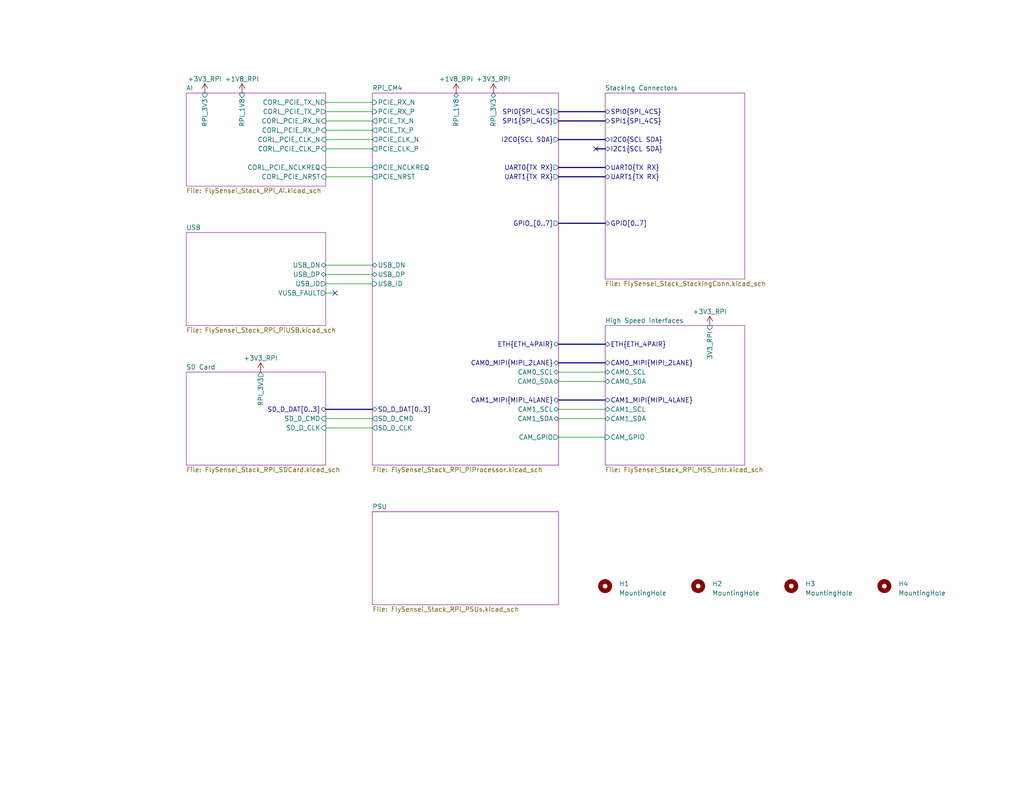
<source format=kicad_sch>
(kicad_sch (version 20210406) (generator eeschema)
  (paper "USLetter")
  (title_block (title "FlySensei RPi Stack") (date "2021-05-24") (rev "0.1") (company "George Mason University"))
  (lib_symbols
    (symbol "Mechanical:MountingHole" (pin_names (offset 1.016))
      (property "Reference" "H" (at 0 5.08 0))
      (property "Value" "MountingHole" (at 0 3.175 0))
      (symbol "MountingHole_0_1"
        (circle (center 0 0) (radius 1.27) (stroke (width 1.27)))
      )
    )
    (symbol "Power:+1V8_RPI" (power) (pin_names (offset 0))
      (property "Value" "+1V8_RPI" (at 0 3.556 0))
      (symbol "+1V8_RPI_0_1"
        (polyline (pts (xy -0.762 1.27) (xy 0 2.54)))
        (polyline (pts (xy 0 0) (xy 0 2.54)))
        (polyline (pts (xy 0 2.54) (xy 0.762 1.27)))
      )
      (symbol "+1V8_RPI_1_1"
        (pin power_in line (at 0 0 90) (length 0) hide (name "+1V8_RPI") (number "1"))
      )
    )
    (symbol "Power:+3V3_RPI" (power) (pin_names (offset 0))
      (property "Value" "+3V3_RPI" (at 0 3.556 0))
      (symbol "+3V3_RPI_0_1"
        (polyline (pts (xy -0.762 1.27) (xy 0 2.54)))
        (polyline (pts (xy 0 0) (xy 0 2.54)))
        (polyline (pts (xy 0 2.54) (xy 0.762 1.27)))
      )
      (symbol "+3V3_RPI_1_1"
        (pin power_in line (at 0 0 90) (length 0) hide (name "+3V3_RPI") (number "1"))
      )
    )
  )
  (no_connect (at 91.44 80.01))
  (no_connect (at 162.56 40.64))
  (wire (pts (xy 88.9 27.94) (xy 101.6 27.94)))
  (wire (pts (xy 88.9 30.48) (xy 101.6 30.48)))
  (wire (pts (xy 88.9 33.02) (xy 101.6 33.02)))
  (wire (pts (xy 88.9 35.56) (xy 101.6 35.56)))
  (wire (pts (xy 88.9 38.1) (xy 101.6 38.1)))
  (wire (pts (xy 88.9 40.64) (xy 101.6 40.64)))
  (wire (pts (xy 88.9 45.72) (xy 101.6 45.72)))
  (wire (pts (xy 88.9 48.26) (xy 101.6 48.26)))
  (wire (pts (xy 88.9 72.39) (xy 101.6 72.39)))
  (wire (pts (xy 88.9 74.93) (xy 101.6 74.93)))
  (wire (pts (xy 88.9 77.47) (xy 101.6 77.47)))
  (wire (pts (xy 88.9 80.01) (xy 91.44 80.01)))
  (wire (pts (xy 88.9 114.3) (xy 101.6 114.3)))
  (wire (pts (xy 88.9 116.84) (xy 101.6 116.84)))
  (wire (pts (xy 152.4 101.6) (xy 165.1 101.6)))
  (wire (pts (xy 152.4 104.14) (xy 165.1 104.14)))
  (wire (pts (xy 152.4 111.76) (xy 165.1 111.76)))
  (wire (pts (xy 152.4 114.3) (xy 165.1 114.3)))
  (wire (pts (xy 152.4 119.38) (xy 165.1 119.38)))
  (bus (pts (xy 88.9 111.76) (xy 101.6 111.76)))
  (bus (pts (xy 152.4 30.48) (xy 165.1 30.48)))
  (bus (pts (xy 152.4 33.02) (xy 165.1 33.02)))
  (bus (pts (xy 152.4 38.1) (xy 165.1 38.1)))
  (bus (pts (xy 152.4 45.72) (xy 165.1 45.72)))
  (bus (pts (xy 152.4 48.26) (xy 165.1 48.26)))
  (bus (pts (xy 152.4 60.96) (xy 165.1 60.96)))
  (bus (pts (xy 152.4 93.98) (xy 165.1 93.98)))
  (bus (pts (xy 152.4 99.06) (xy 165.1 99.06)))
  (bus (pts (xy 152.4 109.22) (xy 165.1 109.22)))
  (bus (pts (xy 162.56 40.64) (xy 165.1 40.64)))
  (symbol (lib_id "Power:+3V3_RPI") (at 55.88 25.4 0) (unit 1)
    (property "Reference" "#PWR01" (effects hide))
    (property "Value" "+3V3_RPI" (at 55.88 21.59 0))
  )
  (symbol (lib_id "Power:+1V8_RPI") (at 66.04 25.4 0) (unit 1)
    (property "Reference" "#PWR0103" (effects hide))
    (property "Value" "+1V8_RPI" (at 66.04 21.59 0))
  )
  (symbol (lib_id "Power:+3V3_RPI") (at 71.12 101.6 0) (unit 1)
    (property "Reference" "#PWR0104" (effects hide))
    (property "Value" "+3V3_RPI" (at 71.12 97.79 0))
  )
  (symbol (lib_id "Power:+1V8_RPI") (at 124.46 25.4 0) (unit 1)
    (property "Reference" "#PWR0101" (effects hide))
    (property "Value" "+1V8_RPI" (at 124.46 21.59 0))
  )
  (symbol (lib_id "Power:+3V3_RPI") (at 134.62 25.4 0) (unit 1)
    (property "Reference" "#PWR0102" (effects hide))
    (property "Value" "+3V3_RPI" (at 134.62 21.59 0))
  )
  (symbol (lib_id "Power:+3V3_RPI") (at 193.675 88.9 0) (unit 1)
    (property "Reference" "#PWR03" (effects hide))
    (property "Value" "+3V3_RPI" (at 193.675 85.09 0))
  )
  (symbol (lib_id "Mechanical:MountingHole") (at 165.1 160.02 0) (unit 1)
    (property "Reference" "H1" (at 168.91 159.3849 0) (effects (justify left)))
    (property "Value" "MountingHole" (at 168.91 161.9249 0) (effects (justify left)))
    (property "Footprint" "MountingHole:MountingHole_2.7mm_M2.5_Pad_Via" (effects hide))
  )
  (symbol (lib_id "Mechanical:MountingHole") (at 190.5 160.02 0) (unit 1)
    (property "Reference" "H2" (at 194.31 159.3849 0) (effects (justify left)))
    (property "Value" "MountingHole" (at 194.31 161.9249 0) (effects (justify left)))
    (property "Footprint" "MountingHole:MountingHole_2.7mm_M2.5_Pad_Via" (effects hide))
  )
  (symbol (lib_id "Mechanical:MountingHole") (at 215.9 160.02 0) (unit 1)
    (property "Reference" "H3" (at 219.71 159.3849 0) (effects (justify left)))
    (property "Value" "MountingHole" (at 219.71 161.9249 0) (effects (justify left)))
    (property "Footprint" "MountingHole:MountingHole_2.7mm_M2.5_Pad_Via" (effects hide))
  )
  (symbol (lib_id "Mechanical:MountingHole") (at 241.3 160.02 0) (unit 1)
    (property "Reference" "H4" (at 245.11 159.3849 0) (effects (justify left)))
    (property "Value" "MountingHole" (at 245.11 161.9249 0) (effects (justify left)))
    (property "Footprint" "MountingHole:MountingHole_2.7mm_M2.5_Pad_Via" (effects hide))
  )
  (sheet (at 50.8 25.4) (size 38.1 25.4) (stroke (width 0.0006) (color 132 0 132 1)) (fill (color 255 255 255 0.0000))
    (property "Sheet name" "AI" (at 50.8 24.7643 0) (effects (justify left bottom)))
    (property "Sheet file" "FlySensei_Stack_RPi_Ai.kicad_sch" (at 50.8 51.3087 0) (effects (justify left top)))
    (pin "CORL_PCIE_RX_N" input (at 88.9 33.02 0))
    (pin "CORL_PCIE_CLK_P" input (at 88.9 40.64 0))
    (pin "CORL_PCIE_CLK_N" input (at 88.9 38.1 0))
    (pin "CORL_PCIE_NCLKREQ" input (at 88.9 45.72 0))
    (pin "CORL_PCIE_TX_P" output (at 88.9 30.48 0))
    (pin "CORL_PCIE_TX_N" output (at 88.9 27.94 0))
    (pin "CORL_PCIE_RX_P" input (at 88.9 35.56 0))
    (pin "CORL_PCIE_NRST" input (at 88.9 48.26 0))
    (pin "RPI_3V3" input (at 55.88 25.4 90))
    (pin "RPI_1V8" input (at 66.04 25.4 90))
  )
  (sheet (at 165.1 88.9) (size 38.1 38.1) (stroke (width 0.0006) (color 132 0 132 1)) (fill (color 255 255 255 0.0000))
    (property "Sheet name" "High Speed Interfaces" (at 165.1 88.2643 0) (effects (justify left bottom)))
    (property "Sheet file" "FlySensei_Stack_RPi_HSS_Intr.kicad_sch" (at 165.1 127.5087 0) (effects (justify left top)))
    (pin "CAM_GPIO" input (at 165.1 119.38 180))
    (pin "CAM0_SCL" bidirectional (at 165.1 101.6 180))
    (pin "CAM0_SDA" bidirectional (at 165.1 104.14 180))
    (pin "CAM1_SDA" bidirectional (at 165.1 114.3 180))
    (pin "CAM1_SCL" bidirectional (at 165.1 111.76 180))
    (pin "ETH{ETH_4PAIR}" bidirectional (at 165.1 93.98 180))
    (pin "CAM0_MIPI{MIPI_2LANE}" bidirectional (at 165.1 99.06 180))
    (pin "CAM1_MIPI{MIPI_4LANE}" bidirectional (at 165.1 109.22 180))
    (pin "3V3_RPI" input (at 193.675 88.9 90))
  )
  (sheet (at 101.6 139.7) (size 50.8 25.4) (stroke (width 0.0006) (color 132 0 132 1)) (fill (color 255 255 255 0.0000))
    (property "Sheet name" "PSU" (at 101.6 139.0643 0) (effects (justify left bottom)))
    (property "Sheet file" "FlySensei_Stack_RPi_PSUs.kicad_sch" (at 101.6 165.6087 0) (effects (justify left top)))
  )
  (sheet (at 101.6 25.4) (size 50.8 101.6) (stroke (width 0.0006) (color 132 0 132 1)) (fill (color 255 255 255 0.0000))
    (property "Sheet name" "RPi_CM4" (at 101.6 24.7643 0) (effects (justify left bottom)))
    (property "Sheet file" "FlySensei_Stack_RPi_PiProcessor.kicad_sch" (at 101.6 127.5087 0) (effects (justify left top)))
    (pin "RPI_1V8" bidirectional (at 124.46 25.4 90))
    (pin "RPI_3V3" bidirectional (at 134.62 25.4 90))
    (pin "PCIE_CLK_P" output (at 101.6 40.64 180))
    (pin "PCIE_NCLKREQ" output (at 101.6 45.72 180))
    (pin "PCIE_CLK_N" output (at 101.6 38.1 180))
    (pin "PCIE_RX_P" input (at 101.6 30.48 180))
    (pin "PCIE_RX_N" input (at 101.6 27.94 180))
    (pin "USB_DN" bidirectional (at 101.6 72.39 180))
    (pin "USB_DP" bidirectional (at 101.6 74.93 180))
    (pin "USB_ID" input (at 101.6 77.47 180))
    (pin "PCIE_TX_P" output (at 101.6 35.56 180))
    (pin "PCIE_TX_N" output (at 101.6 33.02 180))
    (pin "PCIE_NRST" output (at 101.6 48.26 180))
    (pin "GPIO_[0..7]" output (at 152.4 60.96 0))
    (pin "I2C0{SCL SDA}" output (at 152.4 38.1 0))
    (pin "CAM1_SDA" bidirectional (at 152.4 114.3 0))
    (pin "CAM0_SCL" bidirectional (at 152.4 101.6 0))
    (pin "CAM0_SDA" bidirectional (at 152.4 104.14 0))
    (pin "CAM1_SCL" bidirectional (at 152.4 111.76 0))
    (pin "CAM_GPIO" output (at 152.4 119.38 0))
    (pin "SD_D_CLK" output (at 101.6 116.84 180))
    (pin "SD_D_DAT[0..3]" bidirectional (at 101.6 111.76 180))
    (pin "SPI0{SPI_4CS}" output (at 152.4 30.48 0))
    (pin "SD_D_CMD" output (at 101.6 114.3 180))
    (pin "CAM0_MIPI{MIPI_2LANE}" bidirectional (at 152.4 99.06 0))
    (pin "UART0{TX RX}" output (at 152.4 45.72 0))
    (pin "SPI1{SPI_4CS}" output (at 152.4 33.02 0))
    (pin "UART1{TX RX}" output (at 152.4 48.26 0))
    (pin "ETH{ETH_4PAIR}" bidirectional (at 152.4 93.98 0))
    (pin "CAM1_MIPI{MIPI_4LANE}" bidirectional (at 152.4 109.22 0))
  )
  (sheet (at 50.8 101.6) (size 38.1 25.4) (stroke (width 0.0006) (color 132 0 132 1)) (fill (color 255 255 255 0.0000))
    (property "Sheet name" "SD Card" (at 50.8 100.9643 0) (effects (justify left bottom)))
    (property "Sheet file" "FlySensei_Stack_RPi_SDCard.kicad_sch" (at 50.8 127.5087 0) (effects (justify left top)))
    (pin "RPI_3V3" output (at 71.12 101.6 90))
    (pin "SD_D_DAT[0..3]" bidirectional (at 88.9 111.76 0))
    (pin "SD_D_CMD" input (at 88.9 114.3 0))
    (pin "SD_D_CLK" input (at 88.9 116.84 0))
  )
  (sheet (at 165.1 25.4) (size 38.1 50.8) (stroke (width 0.0006) (color 132 0 132 1)) (fill (color 255 255 255 0.0000))
    (property "Sheet name" "Stacking Connectors" (at 165.1 24.7643 0) (effects (justify left bottom)))
    (property "Sheet file" "FlySensei_Stack_StackingConn.kicad_sch" (at 165.1 76.7087 0) (effects (justify left top)))
    (pin "SPI0{SPI_4CS}" bidirectional (at 165.1 30.48 180))
    (pin "SPI1{SPI_4CS}" bidirectional (at 165.1 33.02 180))
    (pin "GPIO[0..7]" bidirectional (at 165.1 60.96 180))
    (pin "UART0{TX RX}" bidirectional (at 165.1 45.72 180))
    (pin "UART1{TX RX}" bidirectional (at 165.1 48.26 180))
    (pin "I2C0{SCL SDA}" bidirectional (at 165.1 38.1 180))
    (pin "I2C1{SCL SDA}" bidirectional (at 165.1 40.64 180))
  )
  (sheet (at 50.8 63.5) (size 38.1 25.4) (stroke (width 0.0006) (color 132 0 132 1)) (fill (color 255 255 255 0.0000))
    (property "Sheet name" "USB" (at 50.8 62.8643 0) (effects (justify left bottom)))
    (property "Sheet file" "FlySensei_Stack_RPi_PiUSB.kicad_sch" (at 50.8 89.4087 0) (effects (justify left top)))
    (pin "VUSB_FAULT" output (at 88.9 80.01 0))
    (pin "USB_DN" bidirectional (at 88.9 72.39 0))
    (pin "USB_DP" bidirectional (at 88.9 74.93 0))
    (pin "USB_ID" output (at 88.9 77.47 0))
  )
)
</source>
